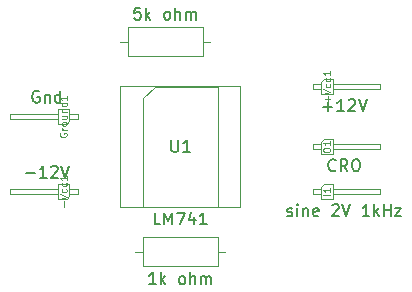
<source format=gbr>
G04 #@! TF.FileFunction,Other,Fab,Top*
%FSLAX46Y46*%
G04 Gerber Fmt 4.6, Leading zero omitted, Abs format (unit mm)*
G04 Created by KiCad (PCBNEW 4.0.7) date 01/25/19 00:29:59*
%MOMM*%
%LPD*%
G01*
G04 APERTURE LIST*
%ADD10C,0.100000*%
%ADD11C,0.150000*%
%ADD12C,0.090000*%
G04 APERTURE END LIST*
D10*
X163310000Y-84455000D02*
X164060000Y-84455000D01*
X164060000Y-84455000D02*
X164060000Y-85725000D01*
X164060000Y-85725000D02*
X163060000Y-85725000D01*
X163060000Y-85725000D02*
X163060000Y-84705000D01*
X163060000Y-84705000D02*
X163310000Y-84455000D01*
X162360000Y-84890000D02*
X163060000Y-84890000D01*
X162360000Y-84890000D02*
X162360000Y-85290000D01*
X162360000Y-85290000D02*
X163060000Y-85290000D01*
X164060000Y-84890000D02*
X168060000Y-84890000D01*
X168060000Y-84890000D02*
X168060000Y-85290000D01*
X164060000Y-85290000D02*
X168060000Y-85290000D01*
X141490000Y-94615000D02*
X140740000Y-94615000D01*
X140740000Y-94615000D02*
X140740000Y-93345000D01*
X140740000Y-93345000D02*
X141740000Y-93345000D01*
X141740000Y-93345000D02*
X141740000Y-94365000D01*
X141740000Y-94365000D02*
X141490000Y-94615000D01*
X142440000Y-94180000D02*
X141740000Y-94180000D01*
X142440000Y-94180000D02*
X142440000Y-93780000D01*
X142440000Y-93780000D02*
X141740000Y-93780000D01*
X140740000Y-94180000D02*
X136740000Y-94180000D01*
X136740000Y-94180000D02*
X136740000Y-93780000D01*
X140740000Y-93780000D02*
X136740000Y-93780000D01*
X141490000Y-88265000D02*
X140740000Y-88265000D01*
X140740000Y-88265000D02*
X140740000Y-86995000D01*
X140740000Y-86995000D02*
X141740000Y-86995000D01*
X141740000Y-86995000D02*
X141740000Y-88015000D01*
X141740000Y-88015000D02*
X141490000Y-88265000D01*
X142440000Y-87830000D02*
X141740000Y-87830000D01*
X142440000Y-87830000D02*
X142440000Y-87430000D01*
X142440000Y-87430000D02*
X141740000Y-87430000D01*
X140740000Y-87830000D02*
X136740000Y-87830000D01*
X136740000Y-87830000D02*
X136740000Y-87430000D01*
X140740000Y-87430000D02*
X136740000Y-87430000D01*
X163310000Y-93345000D02*
X164060000Y-93345000D01*
X164060000Y-93345000D02*
X164060000Y-94615000D01*
X164060000Y-94615000D02*
X163060000Y-94615000D01*
X163060000Y-94615000D02*
X163060000Y-93595000D01*
X163060000Y-93595000D02*
X163310000Y-93345000D01*
X162360000Y-93780000D02*
X163060000Y-93780000D01*
X162360000Y-93780000D02*
X162360000Y-94180000D01*
X162360000Y-94180000D02*
X163060000Y-94180000D01*
X164060000Y-93780000D02*
X168060000Y-93780000D01*
X168060000Y-93780000D02*
X168060000Y-94180000D01*
X164060000Y-94180000D02*
X168060000Y-94180000D01*
X163310000Y-89535000D02*
X164060000Y-89535000D01*
X164060000Y-89535000D02*
X164060000Y-90805000D01*
X164060000Y-90805000D02*
X163060000Y-90805000D01*
X163060000Y-90805000D02*
X163060000Y-89785000D01*
X163060000Y-89785000D02*
X163310000Y-89535000D01*
X162360000Y-89970000D02*
X163060000Y-89970000D01*
X162360000Y-89970000D02*
X162360000Y-90370000D01*
X162360000Y-90370000D02*
X163060000Y-90370000D01*
X164060000Y-89970000D02*
X168060000Y-89970000D01*
X168060000Y-89970000D02*
X168060000Y-90370000D01*
X164060000Y-90370000D02*
X168060000Y-90370000D01*
X147980000Y-97810000D02*
X147980000Y-100310000D01*
X147980000Y-100310000D02*
X154280000Y-100310000D01*
X154280000Y-100310000D02*
X154280000Y-97810000D01*
X154280000Y-97810000D02*
X147980000Y-97810000D01*
X147320000Y-99060000D02*
X147980000Y-99060000D01*
X154940000Y-99060000D02*
X154280000Y-99060000D01*
X153010000Y-82530000D02*
X153010000Y-80030000D01*
X153010000Y-80030000D02*
X146710000Y-80030000D01*
X146710000Y-80030000D02*
X146710000Y-82530000D01*
X146710000Y-82530000D02*
X153010000Y-82530000D01*
X153670000Y-81280000D02*
X153010000Y-81280000D01*
X146050000Y-81280000D02*
X146710000Y-81280000D01*
X148955000Y-85090000D02*
X154305000Y-85090000D01*
X154305000Y-85090000D02*
X154305000Y-95250000D01*
X154305000Y-95250000D02*
X147955000Y-95250000D01*
X147955000Y-95250000D02*
X147955000Y-86090000D01*
X147955000Y-86090000D02*
X148955000Y-85090000D01*
X146050000Y-85030000D02*
X146050000Y-95310000D01*
X146050000Y-95310000D02*
X156210000Y-95310000D01*
X156210000Y-95310000D02*
X156210000Y-85030000D01*
X156210000Y-85030000D02*
X146050000Y-85030000D01*
D11*
X163230595Y-86796429D02*
X163992500Y-86796429D01*
X163611548Y-87177381D02*
X163611548Y-86415476D01*
X164992500Y-87177381D02*
X164421071Y-87177381D01*
X164706785Y-87177381D02*
X164706785Y-86177381D01*
X164611547Y-86320238D01*
X164516309Y-86415476D01*
X164421071Y-86463095D01*
X165373452Y-86272619D02*
X165421071Y-86225000D01*
X165516309Y-86177381D01*
X165754405Y-86177381D01*
X165849643Y-86225000D01*
X165897262Y-86272619D01*
X165944881Y-86367857D01*
X165944881Y-86463095D01*
X165897262Y-86605952D01*
X165325833Y-87177381D01*
X165944881Y-87177381D01*
X166230595Y-86177381D02*
X166563928Y-87177381D01*
X166897262Y-86177381D01*
D12*
X163602857Y-86375715D02*
X163602857Y-85918572D01*
X163831429Y-86147143D02*
X163374286Y-86147143D01*
X163231429Y-85718572D02*
X163831429Y-85518572D01*
X163231429Y-85318572D01*
X163802857Y-84861429D02*
X163831429Y-84918572D01*
X163831429Y-85032858D01*
X163802857Y-85090000D01*
X163774286Y-85118572D01*
X163717143Y-85147143D01*
X163545714Y-85147143D01*
X163488571Y-85118572D01*
X163460000Y-85090000D01*
X163431429Y-85032858D01*
X163431429Y-84918572D01*
X163460000Y-84861429D01*
X163802857Y-84347143D02*
X163831429Y-84404286D01*
X163831429Y-84518572D01*
X163802857Y-84575714D01*
X163774286Y-84604286D01*
X163717143Y-84632857D01*
X163545714Y-84632857D01*
X163488571Y-84604286D01*
X163460000Y-84575714D01*
X163431429Y-84518572D01*
X163431429Y-84404286D01*
X163460000Y-84347143D01*
X163831429Y-83775714D02*
X163831429Y-84118571D01*
X163831429Y-83947143D02*
X163231429Y-83947143D01*
X163317143Y-84004286D01*
X163374286Y-84061428D01*
X163402857Y-84118571D01*
D11*
X138045595Y-92416429D02*
X138807500Y-92416429D01*
X139807500Y-92797381D02*
X139236071Y-92797381D01*
X139521785Y-92797381D02*
X139521785Y-91797381D01*
X139426547Y-91940238D01*
X139331309Y-92035476D01*
X139236071Y-92083095D01*
X140188452Y-91892619D02*
X140236071Y-91845000D01*
X140331309Y-91797381D01*
X140569405Y-91797381D01*
X140664643Y-91845000D01*
X140712262Y-91892619D01*
X140759881Y-91987857D01*
X140759881Y-92083095D01*
X140712262Y-92225952D01*
X140140833Y-92797381D01*
X140759881Y-92797381D01*
X141045595Y-91797381D02*
X141378928Y-92797381D01*
X141712262Y-91797381D01*
D12*
X141282857Y-95265715D02*
X141282857Y-94808572D01*
X140911429Y-94608572D02*
X141511429Y-94408572D01*
X140911429Y-94208572D01*
X141482857Y-93751429D02*
X141511429Y-93808572D01*
X141511429Y-93922858D01*
X141482857Y-93980000D01*
X141454286Y-94008572D01*
X141397143Y-94037143D01*
X141225714Y-94037143D01*
X141168571Y-94008572D01*
X141140000Y-93980000D01*
X141111429Y-93922858D01*
X141111429Y-93808572D01*
X141140000Y-93751429D01*
X141482857Y-93237143D02*
X141511429Y-93294286D01*
X141511429Y-93408572D01*
X141482857Y-93465714D01*
X141454286Y-93494286D01*
X141397143Y-93522857D01*
X141225714Y-93522857D01*
X141168571Y-93494286D01*
X141140000Y-93465714D01*
X141111429Y-93408572D01*
X141111429Y-93294286D01*
X141140000Y-93237143D01*
X141511429Y-92665714D02*
X141511429Y-93008571D01*
X141511429Y-92837143D02*
X140911429Y-92837143D01*
X140997143Y-92894286D01*
X141054286Y-92951428D01*
X141082857Y-93008571D01*
D11*
X139164643Y-85495000D02*
X139069405Y-85447381D01*
X138926548Y-85447381D01*
X138783690Y-85495000D01*
X138688452Y-85590238D01*
X138640833Y-85685476D01*
X138593214Y-85875952D01*
X138593214Y-86018810D01*
X138640833Y-86209286D01*
X138688452Y-86304524D01*
X138783690Y-86399762D01*
X138926548Y-86447381D01*
X139021786Y-86447381D01*
X139164643Y-86399762D01*
X139212262Y-86352143D01*
X139212262Y-86018810D01*
X139021786Y-86018810D01*
X139640833Y-85780714D02*
X139640833Y-86447381D01*
X139640833Y-85875952D02*
X139688452Y-85828333D01*
X139783690Y-85780714D01*
X139926548Y-85780714D01*
X140021786Y-85828333D01*
X140069405Y-85923571D01*
X140069405Y-86447381D01*
X140974167Y-86447381D02*
X140974167Y-85447381D01*
X140974167Y-86399762D02*
X140878929Y-86447381D01*
X140688452Y-86447381D01*
X140593214Y-86399762D01*
X140545595Y-86352143D01*
X140497976Y-86256905D01*
X140497976Y-85971190D01*
X140545595Y-85875952D01*
X140593214Y-85828333D01*
X140688452Y-85780714D01*
X140878929Y-85780714D01*
X140974167Y-85828333D01*
D12*
X140940000Y-89030000D02*
X140911429Y-89087143D01*
X140911429Y-89172857D01*
X140940000Y-89258572D01*
X140997143Y-89315714D01*
X141054286Y-89344286D01*
X141168571Y-89372857D01*
X141254286Y-89372857D01*
X141368571Y-89344286D01*
X141425714Y-89315714D01*
X141482857Y-89258572D01*
X141511429Y-89172857D01*
X141511429Y-89115714D01*
X141482857Y-89030000D01*
X141454286Y-89001429D01*
X141254286Y-89001429D01*
X141254286Y-89115714D01*
X141511429Y-88744286D02*
X141111429Y-88744286D01*
X141225714Y-88744286D02*
X141168571Y-88715714D01*
X141140000Y-88687143D01*
X141111429Y-88630000D01*
X141111429Y-88572857D01*
X141511429Y-88287143D02*
X141482857Y-88344285D01*
X141454286Y-88372857D01*
X141397143Y-88401428D01*
X141225714Y-88401428D01*
X141168571Y-88372857D01*
X141140000Y-88344285D01*
X141111429Y-88287143D01*
X141111429Y-88201428D01*
X141140000Y-88144285D01*
X141168571Y-88115714D01*
X141225714Y-88087143D01*
X141397143Y-88087143D01*
X141454286Y-88115714D01*
X141482857Y-88144285D01*
X141511429Y-88201428D01*
X141511429Y-88287143D01*
X141111429Y-87572857D02*
X141511429Y-87572857D01*
X141111429Y-87830000D02*
X141425714Y-87830000D01*
X141482857Y-87801428D01*
X141511429Y-87744286D01*
X141511429Y-87658571D01*
X141482857Y-87601428D01*
X141454286Y-87572857D01*
X141111429Y-87287143D02*
X141511429Y-87287143D01*
X141168571Y-87287143D02*
X141140000Y-87258571D01*
X141111429Y-87201429D01*
X141111429Y-87115714D01*
X141140000Y-87058571D01*
X141197143Y-87030000D01*
X141511429Y-87030000D01*
X141511429Y-86487143D02*
X140911429Y-86487143D01*
X141482857Y-86487143D02*
X141511429Y-86544286D01*
X141511429Y-86658572D01*
X141482857Y-86715714D01*
X141454286Y-86744286D01*
X141397143Y-86772857D01*
X141225714Y-86772857D01*
X141168571Y-86744286D01*
X141140000Y-86715714D01*
X141111429Y-86658572D01*
X141111429Y-86544286D01*
X141140000Y-86487143D01*
X141511429Y-85887143D02*
X141511429Y-86230000D01*
X141511429Y-86058572D02*
X140911429Y-86058572D01*
X140997143Y-86115715D01*
X141054286Y-86172857D01*
X141082857Y-86230000D01*
D11*
X160182976Y-96019762D02*
X160278214Y-96067381D01*
X160468690Y-96067381D01*
X160563929Y-96019762D01*
X160611548Y-95924524D01*
X160611548Y-95876905D01*
X160563929Y-95781667D01*
X160468690Y-95734048D01*
X160325833Y-95734048D01*
X160230595Y-95686429D01*
X160182976Y-95591190D01*
X160182976Y-95543571D01*
X160230595Y-95448333D01*
X160325833Y-95400714D01*
X160468690Y-95400714D01*
X160563929Y-95448333D01*
X161040119Y-96067381D02*
X161040119Y-95400714D01*
X161040119Y-95067381D02*
X160992500Y-95115000D01*
X161040119Y-95162619D01*
X161087738Y-95115000D01*
X161040119Y-95067381D01*
X161040119Y-95162619D01*
X161516309Y-95400714D02*
X161516309Y-96067381D01*
X161516309Y-95495952D02*
X161563928Y-95448333D01*
X161659166Y-95400714D01*
X161802024Y-95400714D01*
X161897262Y-95448333D01*
X161944881Y-95543571D01*
X161944881Y-96067381D01*
X162802024Y-96019762D02*
X162706786Y-96067381D01*
X162516309Y-96067381D01*
X162421071Y-96019762D01*
X162373452Y-95924524D01*
X162373452Y-95543571D01*
X162421071Y-95448333D01*
X162516309Y-95400714D01*
X162706786Y-95400714D01*
X162802024Y-95448333D01*
X162849643Y-95543571D01*
X162849643Y-95638810D01*
X162373452Y-95734048D01*
X163992500Y-95162619D02*
X164040119Y-95115000D01*
X164135357Y-95067381D01*
X164373453Y-95067381D01*
X164468691Y-95115000D01*
X164516310Y-95162619D01*
X164563929Y-95257857D01*
X164563929Y-95353095D01*
X164516310Y-95495952D01*
X163944881Y-96067381D01*
X164563929Y-96067381D01*
X164849643Y-95067381D02*
X165182976Y-96067381D01*
X165516310Y-95067381D01*
X167135358Y-96067381D02*
X166563929Y-96067381D01*
X166849643Y-96067381D02*
X166849643Y-95067381D01*
X166754405Y-95210238D01*
X166659167Y-95305476D01*
X166563929Y-95353095D01*
X167563929Y-96067381D02*
X167563929Y-95067381D01*
X167659167Y-95686429D02*
X167944882Y-96067381D01*
X167944882Y-95400714D02*
X167563929Y-95781667D01*
X168373453Y-96067381D02*
X168373453Y-95067381D01*
X168373453Y-95543571D02*
X168944882Y-95543571D01*
X168944882Y-96067381D02*
X168944882Y-95067381D01*
X169325834Y-95400714D02*
X169849644Y-95400714D01*
X169325834Y-96067381D01*
X169849644Y-96067381D01*
D12*
X163831429Y-94265714D02*
X163231429Y-94265714D01*
X163831429Y-93665714D02*
X163831429Y-94008571D01*
X163831429Y-93837143D02*
X163231429Y-93837143D01*
X163317143Y-93894286D01*
X163374286Y-93951428D01*
X163402857Y-94008571D01*
D11*
X164278215Y-92162143D02*
X164230596Y-92209762D01*
X164087739Y-92257381D01*
X163992501Y-92257381D01*
X163849643Y-92209762D01*
X163754405Y-92114524D01*
X163706786Y-92019286D01*
X163659167Y-91828810D01*
X163659167Y-91685952D01*
X163706786Y-91495476D01*
X163754405Y-91400238D01*
X163849643Y-91305000D01*
X163992501Y-91257381D01*
X164087739Y-91257381D01*
X164230596Y-91305000D01*
X164278215Y-91352619D01*
X165278215Y-92257381D02*
X164944881Y-91781190D01*
X164706786Y-92257381D02*
X164706786Y-91257381D01*
X165087739Y-91257381D01*
X165182977Y-91305000D01*
X165230596Y-91352619D01*
X165278215Y-91447857D01*
X165278215Y-91590714D01*
X165230596Y-91685952D01*
X165182977Y-91733571D01*
X165087739Y-91781190D01*
X164706786Y-91781190D01*
X165897262Y-91257381D02*
X166087739Y-91257381D01*
X166182977Y-91305000D01*
X166278215Y-91400238D01*
X166325834Y-91590714D01*
X166325834Y-91924048D01*
X166278215Y-92114524D01*
X166182977Y-92209762D01*
X166087739Y-92257381D01*
X165897262Y-92257381D01*
X165802024Y-92209762D01*
X165706786Y-92114524D01*
X165659167Y-91924048D01*
X165659167Y-91590714D01*
X165706786Y-91400238D01*
X165802024Y-91305000D01*
X165897262Y-91257381D01*
D12*
X163231429Y-90512857D02*
X163231429Y-90398571D01*
X163260000Y-90341429D01*
X163317143Y-90284286D01*
X163431429Y-90255714D01*
X163631429Y-90255714D01*
X163745714Y-90284286D01*
X163802857Y-90341429D01*
X163831429Y-90398571D01*
X163831429Y-90512857D01*
X163802857Y-90570000D01*
X163745714Y-90627143D01*
X163631429Y-90655714D01*
X163431429Y-90655714D01*
X163317143Y-90627143D01*
X163260000Y-90570000D01*
X163231429Y-90512857D01*
X163831429Y-89684286D02*
X163831429Y-90027143D01*
X163831429Y-89855715D02*
X163231429Y-89855715D01*
X163317143Y-89912858D01*
X163374286Y-89970000D01*
X163402857Y-90027143D01*
D11*
X149058572Y-101822381D02*
X148487143Y-101822381D01*
X148772857Y-101822381D02*
X148772857Y-100822381D01*
X148677619Y-100965238D01*
X148582381Y-101060476D01*
X148487143Y-101108095D01*
X149487143Y-101822381D02*
X149487143Y-100822381D01*
X149582381Y-101441429D02*
X149868096Y-101822381D01*
X149868096Y-101155714D02*
X149487143Y-101536667D01*
X151201429Y-101822381D02*
X151106191Y-101774762D01*
X151058572Y-101727143D01*
X151010953Y-101631905D01*
X151010953Y-101346190D01*
X151058572Y-101250952D01*
X151106191Y-101203333D01*
X151201429Y-101155714D01*
X151344287Y-101155714D01*
X151439525Y-101203333D01*
X151487144Y-101250952D01*
X151534763Y-101346190D01*
X151534763Y-101631905D01*
X151487144Y-101727143D01*
X151439525Y-101774762D01*
X151344287Y-101822381D01*
X151201429Y-101822381D01*
X151963334Y-101822381D02*
X151963334Y-100822381D01*
X152391906Y-101822381D02*
X152391906Y-101298571D01*
X152344287Y-101203333D01*
X152249049Y-101155714D01*
X152106191Y-101155714D01*
X152010953Y-101203333D01*
X151963334Y-101250952D01*
X152868096Y-101822381D02*
X152868096Y-101155714D01*
X152868096Y-101250952D02*
X152915715Y-101203333D01*
X153010953Y-101155714D01*
X153153811Y-101155714D01*
X153249049Y-101203333D01*
X153296668Y-101298571D01*
X153296668Y-101822381D01*
X153296668Y-101298571D02*
X153344287Y-101203333D01*
X153439525Y-101155714D01*
X153582382Y-101155714D01*
X153677620Y-101203333D01*
X153725239Y-101298571D01*
X153725239Y-101822381D01*
X147740953Y-78422381D02*
X147264762Y-78422381D01*
X147217143Y-78898571D01*
X147264762Y-78850952D01*
X147360000Y-78803333D01*
X147598096Y-78803333D01*
X147693334Y-78850952D01*
X147740953Y-78898571D01*
X147788572Y-78993810D01*
X147788572Y-79231905D01*
X147740953Y-79327143D01*
X147693334Y-79374762D01*
X147598096Y-79422381D01*
X147360000Y-79422381D01*
X147264762Y-79374762D01*
X147217143Y-79327143D01*
X148217143Y-79422381D02*
X148217143Y-78422381D01*
X148312381Y-79041429D02*
X148598096Y-79422381D01*
X148598096Y-78755714D02*
X148217143Y-79136667D01*
X149931429Y-79422381D02*
X149836191Y-79374762D01*
X149788572Y-79327143D01*
X149740953Y-79231905D01*
X149740953Y-78946190D01*
X149788572Y-78850952D01*
X149836191Y-78803333D01*
X149931429Y-78755714D01*
X150074287Y-78755714D01*
X150169525Y-78803333D01*
X150217144Y-78850952D01*
X150264763Y-78946190D01*
X150264763Y-79231905D01*
X150217144Y-79327143D01*
X150169525Y-79374762D01*
X150074287Y-79422381D01*
X149931429Y-79422381D01*
X150693334Y-79422381D02*
X150693334Y-78422381D01*
X151121906Y-79422381D02*
X151121906Y-78898571D01*
X151074287Y-78803333D01*
X150979049Y-78755714D01*
X150836191Y-78755714D01*
X150740953Y-78803333D01*
X150693334Y-78850952D01*
X151598096Y-79422381D02*
X151598096Y-78755714D01*
X151598096Y-78850952D02*
X151645715Y-78803333D01*
X151740953Y-78755714D01*
X151883811Y-78755714D01*
X151979049Y-78803333D01*
X152026668Y-78898571D01*
X152026668Y-79422381D01*
X152026668Y-78898571D02*
X152074287Y-78803333D01*
X152169525Y-78755714D01*
X152312382Y-78755714D01*
X152407620Y-78803333D01*
X152455239Y-78898571D01*
X152455239Y-79422381D01*
X149439524Y-96762381D02*
X148963333Y-96762381D01*
X148963333Y-95762381D01*
X149772857Y-96762381D02*
X149772857Y-95762381D01*
X150106191Y-96476667D01*
X150439524Y-95762381D01*
X150439524Y-96762381D01*
X150820476Y-95762381D02*
X151487143Y-95762381D01*
X151058571Y-96762381D01*
X152296667Y-96095714D02*
X152296667Y-96762381D01*
X152058571Y-95714762D02*
X151820476Y-96429048D01*
X152439524Y-96429048D01*
X153344286Y-96762381D02*
X152772857Y-96762381D01*
X153058571Y-96762381D02*
X153058571Y-95762381D01*
X152963333Y-95905238D01*
X152868095Y-96000476D01*
X152772857Y-96048095D01*
X150368095Y-89622381D02*
X150368095Y-90431905D01*
X150415714Y-90527143D01*
X150463333Y-90574762D01*
X150558571Y-90622381D01*
X150749048Y-90622381D01*
X150844286Y-90574762D01*
X150891905Y-90527143D01*
X150939524Y-90431905D01*
X150939524Y-89622381D01*
X151939524Y-90622381D02*
X151368095Y-90622381D01*
X151653809Y-90622381D02*
X151653809Y-89622381D01*
X151558571Y-89765238D01*
X151463333Y-89860476D01*
X151368095Y-89908095D01*
M02*

</source>
